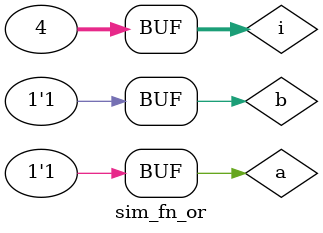
<source format=v>
`include "fn_or.v"
module sim_fn_or ;
    integer i;
    reg a,b;
    wire Y;
    fn_or dut (
        .Y (Y),
        .a (a),
        .b (b)
    );

    initial begin
        $dumpfile("fn_or.vcd");
        $dumpvars(0);
        for (i=0;i<4;i = i + 1) begin
            {a,b} = i[1:0];
            #10;
        end
    end
endmodule

</source>
